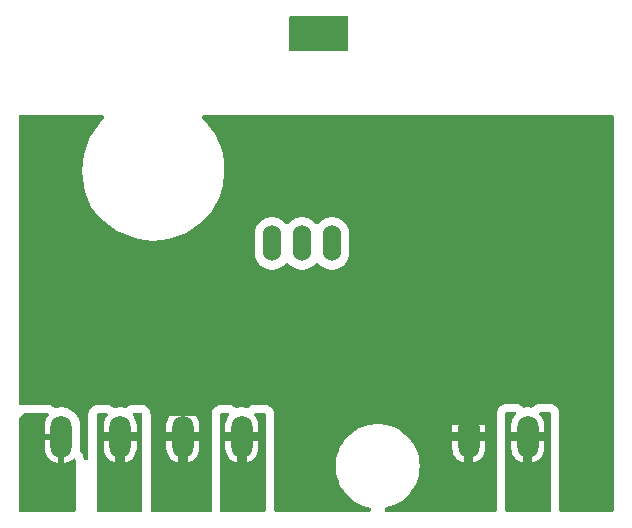
<source format=gbr>
%TF.GenerationSoftware,KiCad,Pcbnew,8.0.3*%
%TF.CreationDate,2024-09-06T18:55:24+02:00*%
%TF.ProjectId,nixie_supply,6e697869-655f-4737-9570-706c792e6b69,rev?*%
%TF.SameCoordinates,Original*%
%TF.FileFunction,Copper,L2,Bot*%
%TF.FilePolarity,Positive*%
%FSLAX46Y46*%
G04 Gerber Fmt 4.6, Leading zero omitted, Abs format (unit mm)*
G04 Created by KiCad (PCBNEW 8.0.3) date 2024-09-06 18:55:24*
%MOMM*%
%LPD*%
G01*
G04 APERTURE LIST*
%TA.AperFunction,ComponentPad*%
%ADD10O,1.790700X3.581400*%
%TD*%
%TA.AperFunction,ComponentPad*%
%ADD11O,1.524000X3.048000*%
%TD*%
%TA.AperFunction,ViaPad*%
%ADD12C,1.006400*%
%TD*%
%TA.AperFunction,ViaPad*%
%ADD13C,1.000000*%
%TD*%
%TA.AperFunction,ViaPad*%
%ADD14C,1.016000*%
%TD*%
%TA.AperFunction,Conductor*%
%ADD15C,0.600000*%
%TD*%
G04 APERTURE END LIST*
D10*
%TO.P,J3,1*%
%TO.N,DGND*%
X161181100Y-119633600D03*
%TO.P,J3,2*%
%TO.N,VOUT*%
X166181100Y-119633600D03*
%TD*%
%TO.P,J1,1*%
%TO.N,PWR*%
X126681100Y-119633600D03*
%TO.P,J1,2*%
%TO.N,VCC*%
X131681100Y-119633600D03*
%TD*%
%TO.P,J2,1*%
%TO.N,DGND*%
X136981100Y-119633600D03*
%TO.P,J2,2*%
%TO.N,SHDN*%
X141981100Y-119633600D03*
%TD*%
D11*
%TO.P,T1,D*%
%TO.N,N$15*%
X147081100Y-103273600D03*
%TO.P,T1,G*%
%TO.N,EXT*%
X144541100Y-103273600D03*
%TO.P,T1,S*%
%TO.N,N$2*%
X149621100Y-103273600D03*
%TD*%
D12*
%TO.N,DGND*%
X153781100Y-110633600D03*
D13*
X139450000Y-111050000D03*
D12*
X152381100Y-109133600D03*
D14*
X146200000Y-120550000D03*
D12*
X153781100Y-109133600D03*
X169981100Y-93433600D03*
D13*
X140900000Y-111100000D03*
D12*
X169881100Y-102133600D03*
X155181100Y-112133600D03*
X169881100Y-106233600D03*
X155181100Y-109133600D03*
X169881100Y-104233600D03*
X152381100Y-110633600D03*
D14*
X130981100Y-112733600D03*
D12*
X169981100Y-95533600D03*
X155181100Y-110633600D03*
%TD*%
D15*
%TO.N,PWR*%
X126681100Y-119633600D02*
X126681100Y-118368900D01*
%TD*%
%TA.AperFunction,Conductor*%
%TO.N,VCC*%
G36*
X130582799Y-117653015D02*
G01*
X130628554Y-117705819D01*
X130638498Y-117774977D01*
X130616078Y-117830216D01*
X130487689Y-118006926D01*
X130387977Y-118202620D01*
X130387976Y-118202623D01*
X130320108Y-118411503D01*
X130285750Y-118628428D01*
X130285750Y-119233600D01*
X131236956Y-119233600D01*
X131203461Y-119267095D01*
X131124877Y-119403205D01*
X131084200Y-119555017D01*
X131084200Y-119712183D01*
X131124877Y-119863995D01*
X131203461Y-120000105D01*
X131236956Y-120033600D01*
X130285750Y-120033600D01*
X130285750Y-120638771D01*
X130320108Y-120855696D01*
X130387976Y-121064576D01*
X130387977Y-121064579D01*
X130487689Y-121260273D01*
X130616788Y-121437962D01*
X130772087Y-121593261D01*
X130949776Y-121722360D01*
X131145470Y-121822072D01*
X131145473Y-121822073D01*
X131281099Y-121866140D01*
X131281100Y-121866139D01*
X131281100Y-120077744D01*
X131314595Y-120111239D01*
X131450705Y-120189823D01*
X131602517Y-120230500D01*
X131759683Y-120230500D01*
X131911495Y-120189823D01*
X132047605Y-120111239D01*
X132081100Y-120077744D01*
X132081100Y-121866140D01*
X132216726Y-121822073D01*
X132216729Y-121822072D01*
X132412423Y-121722360D01*
X132590112Y-121593261D01*
X132745411Y-121437962D01*
X132874510Y-121260273D01*
X132974222Y-121064579D01*
X132974223Y-121064576D01*
X133042091Y-120855696D01*
X133076450Y-120638771D01*
X133076450Y-120033600D01*
X132125244Y-120033600D01*
X132158739Y-120000105D01*
X132237323Y-119863995D01*
X132278000Y-119712183D01*
X132278000Y-119555017D01*
X132237323Y-119403205D01*
X132158739Y-119267095D01*
X132125244Y-119233600D01*
X133076450Y-119233600D01*
X133076450Y-118628428D01*
X133042091Y-118411503D01*
X132974223Y-118202623D01*
X132974222Y-118202620D01*
X132874510Y-118006926D01*
X132746122Y-117830216D01*
X132722642Y-117764409D01*
X132738467Y-117696355D01*
X132788573Y-117647661D01*
X132846440Y-117633330D01*
X133426347Y-117633330D01*
X133493386Y-117653015D01*
X133539141Y-117705819D01*
X133550347Y-117757330D01*
X133550347Y-125879600D01*
X133530662Y-125946639D01*
X133477858Y-125992394D01*
X133426347Y-126003600D01*
X129824347Y-126003600D01*
X129757308Y-125983915D01*
X129711553Y-125931111D01*
X129700347Y-125879600D01*
X129700347Y-117757330D01*
X129720032Y-117690291D01*
X129772836Y-117644536D01*
X129824347Y-117633330D01*
X130515760Y-117633330D01*
X130582799Y-117653015D01*
G37*
%TD.AperFunction*%
%TD*%
%TA.AperFunction,Conductor*%
%TO.N,DGND*%
G36*
X135787691Y-118006923D02*
G01*
X135687977Y-118202620D01*
X135687976Y-118202623D01*
X135620108Y-118411503D01*
X135585750Y-118628428D01*
X135585750Y-119233600D01*
X136536956Y-119233600D01*
X136503461Y-119267095D01*
X136424877Y-119403205D01*
X136384200Y-119555017D01*
X136384200Y-119712183D01*
X136424877Y-119863995D01*
X136503461Y-120000105D01*
X136536956Y-120033600D01*
X135585750Y-120033600D01*
X135585750Y-120638771D01*
X135620108Y-120855696D01*
X135687976Y-121064576D01*
X135687977Y-121064579D01*
X135787689Y-121260273D01*
X135916788Y-121437962D01*
X136072087Y-121593261D01*
X136249776Y-121722360D01*
X136445470Y-121822072D01*
X136445473Y-121822073D01*
X136581099Y-121866140D01*
X136581100Y-121866139D01*
X136581100Y-120077744D01*
X136614595Y-120111239D01*
X136750705Y-120189823D01*
X136902517Y-120230500D01*
X137059683Y-120230500D01*
X137211495Y-120189823D01*
X137347605Y-120111239D01*
X137381100Y-120077744D01*
X137381100Y-121866140D01*
X137516726Y-121822073D01*
X137516729Y-121822072D01*
X137712423Y-121722360D01*
X137890112Y-121593261D01*
X138045411Y-121437962D01*
X138174510Y-121260273D01*
X138274222Y-121064579D01*
X138274223Y-121064576D01*
X138342091Y-120855696D01*
X138376450Y-120638771D01*
X138376450Y-120033600D01*
X137425244Y-120033600D01*
X137458739Y-120000105D01*
X137537323Y-119863995D01*
X137578000Y-119712183D01*
X137578000Y-119555017D01*
X137537323Y-119403205D01*
X137458739Y-119267095D01*
X137425244Y-119233600D01*
X138376450Y-119233600D01*
X138376450Y-118628428D01*
X138342091Y-118411503D01*
X138274223Y-118202623D01*
X138274222Y-118202620D01*
X138174508Y-118006923D01*
X138108932Y-117916665D01*
X139450174Y-117916665D01*
X139450174Y-126003600D01*
X134250174Y-126003600D01*
X134250174Y-117950000D01*
X135100174Y-117916665D01*
X135853268Y-117916665D01*
X135787691Y-118006923D01*
G37*
%TD.AperFunction*%
%TD*%
%TA.AperFunction,Conductor*%
%TO.N,SHDN*%
G36*
X140886620Y-117647807D02*
G01*
X140932375Y-117700611D01*
X140942319Y-117769769D01*
X140917782Y-117823941D01*
X140919650Y-117825299D01*
X140787689Y-118006926D01*
X140687977Y-118202620D01*
X140687976Y-118202623D01*
X140620108Y-118411503D01*
X140585750Y-118628428D01*
X140585750Y-119233600D01*
X141536956Y-119233600D01*
X141503461Y-119267095D01*
X141424877Y-119403205D01*
X141384200Y-119555017D01*
X141384200Y-119712183D01*
X141424877Y-119863995D01*
X141503461Y-120000105D01*
X141536956Y-120033600D01*
X140585750Y-120033600D01*
X140585750Y-120638771D01*
X140620108Y-120855696D01*
X140687976Y-121064576D01*
X140687977Y-121064579D01*
X140787689Y-121260273D01*
X140916788Y-121437962D01*
X141072087Y-121593261D01*
X141249776Y-121722360D01*
X141445470Y-121822072D01*
X141445473Y-121822073D01*
X141581099Y-121866140D01*
X141581100Y-121866139D01*
X141581100Y-120077744D01*
X141614595Y-120111239D01*
X141750705Y-120189823D01*
X141902517Y-120230500D01*
X142059683Y-120230500D01*
X142211495Y-120189823D01*
X142347605Y-120111239D01*
X142381100Y-120077744D01*
X142381100Y-121866140D01*
X142516726Y-121822073D01*
X142516729Y-121822072D01*
X142712423Y-121722360D01*
X142890112Y-121593261D01*
X143045411Y-121437962D01*
X143174510Y-121260273D01*
X143274222Y-121064579D01*
X143274223Y-121064576D01*
X143342091Y-120855696D01*
X143376450Y-120638771D01*
X143376450Y-120033600D01*
X142425244Y-120033600D01*
X142458739Y-120000105D01*
X142537323Y-119863995D01*
X142578000Y-119712183D01*
X142578000Y-119555017D01*
X142537323Y-119403205D01*
X142458739Y-119267095D01*
X142425244Y-119233600D01*
X143376450Y-119233600D01*
X143376450Y-118628428D01*
X143342091Y-118411503D01*
X143274223Y-118202623D01*
X143274222Y-118202620D01*
X143174510Y-118006926D01*
X143042550Y-117825299D01*
X143044442Y-117823923D01*
X143019774Y-117769005D01*
X143030147Y-117699910D01*
X143076230Y-117647391D01*
X143142619Y-117628122D01*
X143876293Y-117628122D01*
X143943332Y-117647807D01*
X143989087Y-117700611D01*
X144000293Y-117752122D01*
X144000293Y-125879600D01*
X143980608Y-125946639D01*
X143927804Y-125992394D01*
X143876293Y-126003600D01*
X140274293Y-126003600D01*
X140207254Y-125983915D01*
X140161499Y-125931111D01*
X140150293Y-125879600D01*
X140150293Y-117752122D01*
X140169978Y-117685083D01*
X140222782Y-117639328D01*
X140274293Y-117628122D01*
X140819581Y-117628122D01*
X140886620Y-117647807D01*
G37*
%TD.AperFunction*%
%TD*%
%TA.AperFunction,Conductor*%
%TO.N,DGND*%
G36*
X159785750Y-119233600D02*
G01*
X160736956Y-119233600D01*
X160703461Y-119267095D01*
X160624877Y-119403205D01*
X160584200Y-119555017D01*
X160584200Y-119712183D01*
X160624877Y-119863995D01*
X160703461Y-120000105D01*
X160736956Y-120033600D01*
X159785750Y-120033600D01*
X159785750Y-120638771D01*
X159820108Y-120855696D01*
X159887976Y-121064576D01*
X159887977Y-121064579D01*
X159987689Y-121260273D01*
X160116788Y-121437962D01*
X160272087Y-121593261D01*
X160449776Y-121722360D01*
X160645470Y-121822072D01*
X160645473Y-121822073D01*
X160781099Y-121866140D01*
X160781100Y-121866139D01*
X160781100Y-120077744D01*
X160814595Y-120111239D01*
X160950705Y-120189823D01*
X161102517Y-120230500D01*
X161259683Y-120230500D01*
X161411495Y-120189823D01*
X161547605Y-120111239D01*
X161581100Y-120077744D01*
X161581100Y-121866140D01*
X161716726Y-121822073D01*
X161716729Y-121822072D01*
X161912423Y-121722360D01*
X162090112Y-121593261D01*
X162245411Y-121437962D01*
X162374510Y-121260273D01*
X162474222Y-121064579D01*
X162474223Y-121064576D01*
X162542091Y-120855696D01*
X162576450Y-120638771D01*
X162576450Y-120033600D01*
X161625244Y-120033600D01*
X161658739Y-120000105D01*
X161737323Y-119863995D01*
X161778000Y-119712183D01*
X161778000Y-119555017D01*
X161737323Y-119403205D01*
X161658739Y-119267095D01*
X161625244Y-119233600D01*
X162576450Y-119233600D01*
X162576450Y-118654687D01*
X163100000Y-118654687D01*
X163100000Y-126003600D01*
X159250000Y-126003600D01*
X159250000Y-118654687D01*
X159785750Y-118654687D01*
X159785750Y-119233600D01*
G37*
%TD.AperFunction*%
%TA.AperFunction,Conductor*%
G36*
X159250000Y-118654687D02*
G01*
X159200000Y-118654687D01*
X159250000Y-118604687D01*
X159250000Y-118654687D01*
G37*
%TD.AperFunction*%
%TD*%
%TA.AperFunction,Conductor*%
%TO.N,VOUT*%
G36*
X165168911Y-117564477D02*
G01*
X165214666Y-117617281D01*
X165224610Y-117686439D01*
X165195585Y-117749995D01*
X165189553Y-117756473D01*
X165116788Y-117829237D01*
X164987689Y-118006926D01*
X164887977Y-118202620D01*
X164887976Y-118202623D01*
X164820108Y-118411503D01*
X164785750Y-118628428D01*
X164785750Y-119233600D01*
X165736956Y-119233600D01*
X165703461Y-119267095D01*
X165624877Y-119403205D01*
X165584200Y-119555017D01*
X165584200Y-119712183D01*
X165624877Y-119863995D01*
X165703461Y-120000105D01*
X165736956Y-120033600D01*
X164785750Y-120033600D01*
X164785750Y-120638771D01*
X164820108Y-120855696D01*
X164887976Y-121064576D01*
X164887977Y-121064579D01*
X164987689Y-121260273D01*
X165116788Y-121437962D01*
X165272087Y-121593261D01*
X165449776Y-121722360D01*
X165645470Y-121822072D01*
X165645473Y-121822073D01*
X165781099Y-121866140D01*
X165781100Y-121866139D01*
X165781100Y-120077744D01*
X165814595Y-120111239D01*
X165950705Y-120189823D01*
X166102517Y-120230500D01*
X166259683Y-120230500D01*
X166411495Y-120189823D01*
X166547605Y-120111239D01*
X166581100Y-120077744D01*
X166581100Y-121866140D01*
X166716726Y-121822073D01*
X166716729Y-121822072D01*
X166912423Y-121722360D01*
X167090112Y-121593261D01*
X167245411Y-121437962D01*
X167374510Y-121260273D01*
X167474222Y-121064579D01*
X167474223Y-121064576D01*
X167542091Y-120855696D01*
X167576450Y-120638771D01*
X167576450Y-120033600D01*
X166625244Y-120033600D01*
X166658739Y-120000105D01*
X166737323Y-119863995D01*
X166778000Y-119712183D01*
X166778000Y-119555017D01*
X166737323Y-119403205D01*
X166658739Y-119267095D01*
X166625244Y-119233600D01*
X167576450Y-119233600D01*
X167576450Y-118628428D01*
X167542091Y-118411503D01*
X167474223Y-118202623D01*
X167474222Y-118202620D01*
X167374510Y-118006926D01*
X167245411Y-117829237D01*
X167172647Y-117756473D01*
X167139162Y-117695150D01*
X167144146Y-117625458D01*
X167186018Y-117569525D01*
X167251482Y-117545108D01*
X167260328Y-117544792D01*
X168026000Y-117544792D01*
X168093039Y-117564477D01*
X168138794Y-117617281D01*
X168150000Y-117668792D01*
X168150000Y-125879600D01*
X168130315Y-125946639D01*
X168077511Y-125992394D01*
X168026000Y-126003600D01*
X164424000Y-126003600D01*
X164356961Y-125983915D01*
X164311206Y-125931111D01*
X164300000Y-125879600D01*
X164300000Y-117668792D01*
X164319685Y-117601753D01*
X164372489Y-117555998D01*
X164424000Y-117544792D01*
X165101872Y-117544792D01*
X165168911Y-117564477D01*
G37*
%TD.AperFunction*%
%TD*%
%TA.AperFunction,Conductor*%
%TO.N,PWR*%
G36*
X125570687Y-117669685D02*
G01*
X125616442Y-117722489D01*
X125626386Y-117791647D01*
X125603966Y-117846886D01*
X125487689Y-118006926D01*
X125387977Y-118202620D01*
X125387976Y-118202623D01*
X125320108Y-118411503D01*
X125285750Y-118628428D01*
X125285750Y-119383600D01*
X126136196Y-119383600D01*
X126124877Y-119403205D01*
X126084200Y-119555017D01*
X126084200Y-119712183D01*
X126124877Y-119863995D01*
X126136196Y-119883600D01*
X125285750Y-119883600D01*
X125285750Y-120638771D01*
X125320108Y-120855696D01*
X125387976Y-121064576D01*
X125387977Y-121064579D01*
X125487689Y-121260273D01*
X125616788Y-121437962D01*
X125772087Y-121593261D01*
X125949776Y-121722360D01*
X126145470Y-121822072D01*
X126145473Y-121822073D01*
X126354353Y-121889941D01*
X126431100Y-121902097D01*
X126431100Y-120178503D01*
X126450705Y-120189823D01*
X126602517Y-120230500D01*
X126759683Y-120230500D01*
X126911495Y-120189823D01*
X126931100Y-120178503D01*
X126931100Y-121902096D01*
X127007846Y-121889941D01*
X127216726Y-121822073D01*
X127216729Y-121822072D01*
X127412423Y-121722360D01*
X127590112Y-121593261D01*
X127688319Y-121495055D01*
X127749642Y-121461570D01*
X127819334Y-121466554D01*
X127875267Y-121508426D01*
X127899684Y-121573890D01*
X127900000Y-121582736D01*
X127900000Y-125879600D01*
X127880315Y-125946639D01*
X127827511Y-125992394D01*
X127776000Y-126003600D01*
X123224000Y-126003600D01*
X123156961Y-125983915D01*
X123111206Y-125931111D01*
X123100000Y-125879600D01*
X123100000Y-118101362D01*
X123119685Y-118034323D01*
X123136319Y-118013681D01*
X123463681Y-117686319D01*
X123525004Y-117652834D01*
X123551362Y-117650000D01*
X125503648Y-117650000D01*
X125570687Y-117669685D01*
G37*
%TD.AperFunction*%
%TD*%
%TA.AperFunction,Conductor*%
%TO.N,DGND*%
G36*
X150943039Y-84023285D02*
G01*
X150988794Y-84076089D01*
X151000000Y-84127600D01*
X151000000Y-86876000D01*
X150980315Y-86943039D01*
X150927511Y-86988794D01*
X150876000Y-87000000D01*
X146124000Y-87000000D01*
X146056961Y-86980315D01*
X146011206Y-86927511D01*
X146000000Y-86876000D01*
X146000000Y-84127600D01*
X146019685Y-84060561D01*
X146072489Y-84014806D01*
X146124000Y-84003600D01*
X150876000Y-84003600D01*
X150943039Y-84023285D01*
G37*
%TD.AperFunction*%
%TD*%
%TA.AperFunction,Conductor*%
%TO.N,DGND*%
G36*
X130232315Y-92393307D02*
G01*
X130301556Y-92448526D01*
X130339983Y-92528318D01*
X130339983Y-92616882D01*
X130301556Y-92696674D01*
X130286686Y-92713314D01*
X130250005Y-92749994D01*
X130250003Y-92749996D01*
X129099999Y-94250001D01*
X128600000Y-95699996D01*
X128450000Y-97150001D01*
X128450000Y-97150004D01*
X128699999Y-98949997D01*
X129249998Y-100149995D01*
X129250002Y-100150003D01*
X129999999Y-101150000D01*
X131399998Y-102199999D01*
X131399999Y-102199999D01*
X131400000Y-102200000D01*
X133150000Y-102900000D01*
X133150002Y-102900000D01*
X133150005Y-102900001D01*
X134499998Y-103100000D01*
X134499999Y-103100000D01*
X134499999Y-103099999D01*
X134500000Y-103100000D01*
X135800000Y-102900000D01*
X137250000Y-102400000D01*
X137255133Y-102396500D01*
X143078600Y-102396500D01*
X143078600Y-104150699D01*
X143114611Y-104378064D01*
X143114612Y-104378071D01*
X143185745Y-104596998D01*
X143185753Y-104597017D01*
X143290254Y-104802111D01*
X143425570Y-104988358D01*
X143588341Y-105151129D01*
X143588344Y-105151131D01*
X143588345Y-105151132D01*
X143774583Y-105286442D01*
X143774585Y-105286443D01*
X143774588Y-105286445D01*
X143979682Y-105390946D01*
X143979689Y-105390948D01*
X143979695Y-105390952D01*
X144198631Y-105462088D01*
X144425999Y-105498100D01*
X144426000Y-105498100D01*
X144656200Y-105498100D01*
X144656201Y-105498100D01*
X144883569Y-105462088D01*
X145102505Y-105390952D01*
X145307617Y-105286442D01*
X145493855Y-105151132D01*
X145656632Y-104988355D01*
X145656636Y-104988348D01*
X145659774Y-104984676D01*
X145661874Y-104983113D01*
X145662161Y-104982827D01*
X145662203Y-104982869D01*
X145730833Y-104931816D01*
X145817789Y-104915022D01*
X145903421Y-104937621D01*
X145962426Y-104984676D01*
X145965573Y-104988361D01*
X146128341Y-105151129D01*
X146128344Y-105151131D01*
X146128345Y-105151132D01*
X146314583Y-105286442D01*
X146314585Y-105286443D01*
X146314588Y-105286445D01*
X146519682Y-105390946D01*
X146519689Y-105390948D01*
X146519695Y-105390952D01*
X146738631Y-105462088D01*
X146965999Y-105498100D01*
X146966000Y-105498100D01*
X147196200Y-105498100D01*
X147196201Y-105498100D01*
X147423569Y-105462088D01*
X147642505Y-105390952D01*
X147847617Y-105286442D01*
X148033855Y-105151132D01*
X148196632Y-104988355D01*
X148196636Y-104988348D01*
X148199774Y-104984676D01*
X148201874Y-104983113D01*
X148202161Y-104982827D01*
X148202203Y-104982869D01*
X148270833Y-104931816D01*
X148357789Y-104915022D01*
X148443421Y-104937621D01*
X148502426Y-104984676D01*
X148505573Y-104988361D01*
X148668341Y-105151129D01*
X148668344Y-105151131D01*
X148668345Y-105151132D01*
X148854583Y-105286442D01*
X148854585Y-105286443D01*
X148854588Y-105286445D01*
X149059682Y-105390946D01*
X149059689Y-105390948D01*
X149059695Y-105390952D01*
X149278631Y-105462088D01*
X149505999Y-105498100D01*
X149506000Y-105498100D01*
X149736200Y-105498100D01*
X149736201Y-105498100D01*
X149963569Y-105462088D01*
X150182505Y-105390952D01*
X150387617Y-105286442D01*
X150573855Y-105151132D01*
X150736632Y-104988355D01*
X150871942Y-104802117D01*
X150976452Y-104597005D01*
X151047588Y-104378069D01*
X151083600Y-104150701D01*
X151083600Y-102396499D01*
X151047588Y-102169131D01*
X150976452Y-101950195D01*
X150976448Y-101950189D01*
X150976446Y-101950182D01*
X150871945Y-101745088D01*
X150871943Y-101745085D01*
X150871942Y-101745083D01*
X150736632Y-101558845D01*
X150736630Y-101558843D01*
X150736629Y-101558841D01*
X150573858Y-101396070D01*
X150387611Y-101260754D01*
X150182517Y-101156253D01*
X150182498Y-101156245D01*
X149963571Y-101085112D01*
X149963564Y-101085111D01*
X149834469Y-101064664D01*
X149736201Y-101049100D01*
X149505999Y-101049100D01*
X149437385Y-101059967D01*
X149278635Y-101085111D01*
X149278628Y-101085112D01*
X149059701Y-101156245D01*
X149059682Y-101156253D01*
X148854588Y-101260754D01*
X148668341Y-101396070D01*
X148505568Y-101558843D01*
X148502419Y-101562531D01*
X148500318Y-101564093D01*
X148500039Y-101564373D01*
X148499997Y-101564331D01*
X148431358Y-101615387D01*
X148344401Y-101632176D01*
X148258770Y-101609573D01*
X148199781Y-101562531D01*
X148196631Y-101558843D01*
X148033858Y-101396070D01*
X147847611Y-101260754D01*
X147642517Y-101156253D01*
X147642498Y-101156245D01*
X147423571Y-101085112D01*
X147423564Y-101085111D01*
X147294469Y-101064664D01*
X147196201Y-101049100D01*
X146965999Y-101049100D01*
X146897385Y-101059967D01*
X146738635Y-101085111D01*
X146738628Y-101085112D01*
X146519701Y-101156245D01*
X146519682Y-101156253D01*
X146314588Y-101260754D01*
X146128341Y-101396070D01*
X145965568Y-101558843D01*
X145962419Y-101562531D01*
X145960318Y-101564093D01*
X145960039Y-101564373D01*
X145959997Y-101564331D01*
X145891358Y-101615387D01*
X145804401Y-101632176D01*
X145718770Y-101609573D01*
X145659781Y-101562531D01*
X145656631Y-101558843D01*
X145493858Y-101396070D01*
X145307611Y-101260754D01*
X145102517Y-101156253D01*
X145102498Y-101156245D01*
X144883571Y-101085112D01*
X144883564Y-101085111D01*
X144754469Y-101064664D01*
X144656201Y-101049100D01*
X144425999Y-101049100D01*
X144357385Y-101059967D01*
X144198635Y-101085111D01*
X144198628Y-101085112D01*
X143979701Y-101156245D01*
X143979682Y-101156253D01*
X143774588Y-101260754D01*
X143588341Y-101396070D01*
X143425570Y-101558841D01*
X143290254Y-101745088D01*
X143185753Y-101950182D01*
X143185745Y-101950201D01*
X143114612Y-102169128D01*
X143114611Y-102169135D01*
X143078600Y-102396500D01*
X137255133Y-102396500D01*
X138350000Y-101650000D01*
X139450000Y-100500000D01*
X140100000Y-99250000D01*
X140350000Y-98300000D01*
X140500000Y-97350000D01*
X140500000Y-96450000D01*
X140350000Y-95650000D01*
X140150000Y-94900000D01*
X139700000Y-94050000D01*
X139400000Y-93550000D01*
X138900000Y-92950000D01*
X138663314Y-92713314D01*
X138616195Y-92638326D01*
X138606279Y-92550319D01*
X138635530Y-92466726D01*
X138698154Y-92404102D01*
X138781747Y-92374851D01*
X138804028Y-92373600D01*
X173282100Y-92373600D01*
X173368443Y-92393307D01*
X173437684Y-92448526D01*
X173476111Y-92528318D01*
X173481100Y-92572600D01*
X173481100Y-125804600D01*
X173461393Y-125890943D01*
X173406174Y-125960184D01*
X173326382Y-125998611D01*
X173282100Y-126003600D01*
X169054500Y-126003600D01*
X168968157Y-125983893D01*
X168898916Y-125928674D01*
X168860489Y-125848882D01*
X168855500Y-125804600D01*
X168855500Y-117668797D01*
X168855500Y-117668792D01*
X168839376Y-117518821D01*
X168828170Y-117467310D01*
X168825607Y-117455978D01*
X168767047Y-117296300D01*
X168671975Y-117155276D01*
X168671969Y-117155269D01*
X168671966Y-117155265D01*
X168626233Y-117102487D01*
X168626232Y-117102486D01*
X168626220Y-117102472D01*
X168583620Y-117057465D01*
X168528768Y-117015931D01*
X168448030Y-116954795D01*
X168291815Y-116887559D01*
X168291811Y-116887558D01*
X168291807Y-116887556D01*
X168224768Y-116867871D01*
X168194837Y-116859793D01*
X168158790Y-116855416D01*
X168026001Y-116839292D01*
X168026000Y-116839292D01*
X167260328Y-116839292D01*
X167260309Y-116839292D01*
X167235155Y-116839741D01*
X167226309Y-116840057D01*
X167226296Y-116840058D01*
X167170289Y-116844296D01*
X167170285Y-116844296D01*
X167170284Y-116844297D01*
X167004937Y-116884089D01*
X166939467Y-116908508D01*
X166882421Y-116932690D01*
X166882412Y-116932695D01*
X166738837Y-117023851D01*
X166738835Y-117023853D01*
X166655454Y-117110978D01*
X166581518Y-117159731D01*
X166493750Y-117171576D01*
X166480555Y-117169936D01*
X166306696Y-117142400D01*
X166055504Y-117142400D01*
X165884316Y-117169513D01*
X165795953Y-117163555D01*
X165718926Y-117119848D01*
X165705096Y-117105646D01*
X165705096Y-117105647D01*
X165705062Y-117105611D01*
X165702791Y-117103279D01*
X165702092Y-117102472D01*
X165659492Y-117057465D01*
X165604640Y-117015931D01*
X165523902Y-116954795D01*
X165367687Y-116887559D01*
X165367683Y-116887558D01*
X165367679Y-116887556D01*
X165300640Y-116867871D01*
X165270709Y-116859793D01*
X165234662Y-116855416D01*
X165101873Y-116839292D01*
X165101872Y-116839292D01*
X164424000Y-116839292D01*
X164295453Y-116853112D01*
X164274028Y-116855416D01*
X164274025Y-116855416D01*
X164222480Y-116866630D01*
X164211189Y-116869184D01*
X164211185Y-116869185D01*
X164051511Y-116927744D01*
X164051506Y-116927746D01*
X163910481Y-117022819D01*
X163910473Y-117022825D01*
X163857695Y-117068558D01*
X163857682Y-117068569D01*
X163857680Y-117068572D01*
X163812878Y-117110978D01*
X163812672Y-117111173D01*
X163710003Y-117246761D01*
X163642767Y-117402976D01*
X163642765Y-117402982D01*
X163642764Y-117402985D01*
X163627203Y-117455981D01*
X163623077Y-117470031D01*
X163615001Y-117499954D01*
X163615001Y-117499955D01*
X163594500Y-117668791D01*
X163594500Y-125804600D01*
X163574793Y-125890943D01*
X163519574Y-125960184D01*
X163439782Y-125998611D01*
X163395500Y-126003600D01*
X163100000Y-126003600D01*
X163100000Y-118654687D01*
X159250000Y-118654687D01*
X159250000Y-126003600D01*
X154255733Y-126003600D01*
X154169390Y-125983893D01*
X154100149Y-125928674D01*
X154061722Y-125848882D01*
X154061722Y-125760318D01*
X154100149Y-125680526D01*
X154169390Y-125625307D01*
X154208499Y-125611286D01*
X154507689Y-125538193D01*
X154863759Y-125409785D01*
X155204163Y-125244258D01*
X155525044Y-125043485D01*
X155822766Y-124809742D01*
X156093957Y-124545677D01*
X156335543Y-124254282D01*
X156544786Y-123938860D01*
X156719317Y-123602983D01*
X156857158Y-123250457D01*
X156956746Y-122885277D01*
X157016955Y-122511580D01*
X157037100Y-122133600D01*
X157016955Y-121755620D01*
X156956746Y-121381923D01*
X156857158Y-121016743D01*
X156719317Y-120664217D01*
X156714291Y-120654544D01*
X156544791Y-120328348D01*
X156544786Y-120328340D01*
X156335543Y-120012918D01*
X156329795Y-120005985D01*
X156093968Y-119721535D01*
X156093961Y-119721528D01*
X156093957Y-119721523D01*
X155822766Y-119457458D01*
X155822764Y-119457456D01*
X155525048Y-119223718D01*
X155525047Y-119223717D01*
X155525044Y-119223715D01*
X155204163Y-119022942D01*
X155204164Y-119022942D01*
X155204157Y-119022938D01*
X154863756Y-118857413D01*
X154507698Y-118729010D01*
X154507689Y-118729007D01*
X154203481Y-118654687D01*
X159200000Y-118654687D01*
X159250000Y-118654687D01*
X159250000Y-118604687D01*
X159200000Y-118654687D01*
X154203481Y-118654687D01*
X154139987Y-118639175D01*
X154139980Y-118639174D01*
X154139976Y-118639173D01*
X153764842Y-118588939D01*
X153764820Y-118588937D01*
X153764819Y-118588937D01*
X153764817Y-118588936D01*
X153764806Y-118588936D01*
X153386452Y-118578859D01*
X153386438Y-118578860D01*
X153386437Y-118578860D01*
X153116726Y-118600448D01*
X153009127Y-118609061D01*
X153009122Y-118609061D01*
X152637165Y-118679195D01*
X152274766Y-118788470D01*
X152274757Y-118788473D01*
X151926037Y-118935644D01*
X151594922Y-119119056D01*
X151594920Y-119119058D01*
X151285189Y-119336617D01*
X151285177Y-119336627D01*
X151147087Y-119457458D01*
X151000322Y-119585880D01*
X151000321Y-119585881D01*
X151000320Y-119585881D01*
X150743573Y-119863999D01*
X150517834Y-120167845D01*
X150325678Y-120493950D01*
X150325676Y-120493955D01*
X150193536Y-120785167D01*
X150169264Y-120838657D01*
X150050383Y-121198011D01*
X150050383Y-121198013D01*
X149970377Y-121567950D01*
X149970375Y-121567962D01*
X149970374Y-121567968D01*
X149970374Y-121567970D01*
X149930140Y-121944342D01*
X149930140Y-122010969D01*
X149930140Y-122322858D01*
X149950315Y-122511586D01*
X149970375Y-122699237D01*
X149970377Y-122699249D01*
X150050383Y-123069186D01*
X150050383Y-123069188D01*
X150169264Y-123428542D01*
X150169266Y-123428547D01*
X150169269Y-123428555D01*
X150248418Y-123602983D01*
X150325678Y-123773249D01*
X150517834Y-124099354D01*
X150743573Y-124403200D01*
X150859126Y-124528371D01*
X151000322Y-124681320D01*
X151285182Y-124930577D01*
X151594923Y-125148144D01*
X151926035Y-125331554D01*
X151926037Y-125331555D01*
X152274757Y-125478726D01*
X152274759Y-125478726D01*
X152274767Y-125478730D01*
X152637166Y-125588005D01*
X152748759Y-125609046D01*
X152829955Y-125644410D01*
X152887767Y-125711502D01*
X152910743Y-125797033D01*
X152894333Y-125884062D01*
X152841788Y-125955354D01*
X152763514Y-125996786D01*
X152711887Y-126003600D01*
X144904793Y-126003600D01*
X144818450Y-125983893D01*
X144749209Y-125928674D01*
X144710782Y-125848882D01*
X144705793Y-125804600D01*
X144705793Y-117752127D01*
X144705793Y-117752122D01*
X144689669Y-117602151D01*
X144678463Y-117550640D01*
X144678443Y-117550548D01*
X144677060Y-117544440D01*
X144675900Y-117539308D01*
X144617340Y-117379630D01*
X144522268Y-117238606D01*
X144522262Y-117238599D01*
X144522259Y-117238595D01*
X144476526Y-117185817D01*
X144476525Y-117185816D01*
X144476513Y-117185802D01*
X144433913Y-117140795D01*
X144357012Y-117082565D01*
X144298323Y-117038125D01*
X144142108Y-116970889D01*
X144142104Y-116970888D01*
X144142100Y-116970886D01*
X144075061Y-116951201D01*
X144045130Y-116943123D01*
X143919184Y-116927830D01*
X143876294Y-116922622D01*
X143876293Y-116922622D01*
X143142619Y-116922622D01*
X143116131Y-116923162D01*
X143113826Y-116923210D01*
X142945973Y-116950582D01*
X142945962Y-116950584D01*
X142879578Y-116969852D01*
X142822918Y-116988935D01*
X142672697Y-117068692D01*
X142580626Y-117151047D01*
X142503132Y-117193922D01*
X142414710Y-117198927D01*
X142386462Y-117191984D01*
X142354798Y-117181695D01*
X142354789Y-117181693D01*
X142106696Y-117142400D01*
X141855504Y-117142400D01*
X141607405Y-117181694D01*
X141607392Y-117181697D01*
X141580534Y-117190424D01*
X141492327Y-117198361D01*
X141409411Y-117167241D01*
X141383790Y-117145740D01*
X141383315Y-117146271D01*
X141377207Y-117140800D01*
X141377202Y-117140796D01*
X141377201Y-117140795D01*
X141300300Y-117082565D01*
X141241611Y-117038125D01*
X141085396Y-116970889D01*
X141085392Y-116970888D01*
X141085388Y-116970886D01*
X141018349Y-116951201D01*
X140988418Y-116943123D01*
X140862472Y-116927830D01*
X140819582Y-116922622D01*
X140819581Y-116922622D01*
X140274293Y-116922622D01*
X140145746Y-116936442D01*
X140124321Y-116938746D01*
X140124318Y-116938746D01*
X140072773Y-116949960D01*
X140061482Y-116952514D01*
X140061478Y-116952515D01*
X139901804Y-117011074D01*
X139901799Y-117011076D01*
X139760774Y-117106149D01*
X139760766Y-117106155D01*
X139707988Y-117151888D01*
X139707975Y-117151899D01*
X139707973Y-117151902D01*
X139665626Y-117191984D01*
X139662965Y-117194503D01*
X139560296Y-117330091D01*
X139493060Y-117486306D01*
X139493058Y-117486312D01*
X139493057Y-117486315D01*
X139475967Y-117544516D01*
X139473370Y-117553361D01*
X139465294Y-117583284D01*
X139465294Y-117583285D01*
X139444793Y-117752121D01*
X139444793Y-117916665D01*
X135100174Y-117916665D01*
X134255847Y-117949777D01*
X134255847Y-117757335D01*
X134255847Y-117757330D01*
X134239723Y-117607359D01*
X134228517Y-117555848D01*
X134225954Y-117544516D01*
X134167394Y-117384838D01*
X134072322Y-117243814D01*
X134072316Y-117243807D01*
X134072313Y-117243803D01*
X134026580Y-117191025D01*
X134026579Y-117191024D01*
X134026567Y-117191010D01*
X133983967Y-117146003D01*
X133900188Y-117082565D01*
X133848377Y-117043333D01*
X133692162Y-116976097D01*
X133692158Y-116976096D01*
X133692154Y-116976094D01*
X133625115Y-116956409D01*
X133595184Y-116948331D01*
X133559137Y-116943954D01*
X133426348Y-116927830D01*
X133426347Y-116927830D01*
X132845658Y-116927830D01*
X132845652Y-116927830D01*
X132676855Y-116948516D01*
X132676833Y-116948520D01*
X132618979Y-116962847D01*
X132588337Y-116971173D01*
X132588333Y-116971174D01*
X132588331Y-116971175D01*
X132566106Y-116980798D01*
X132432255Y-117038753D01*
X132296893Y-117141715D01*
X132296892Y-117141716D01*
X132296889Y-117141719D01*
X132292752Y-117145740D01*
X132291454Y-117147001D01*
X132215799Y-117193041D01*
X132127659Y-117201697D01*
X132091276Y-117193548D01*
X132089716Y-117193041D01*
X132054796Y-117181695D01*
X132054794Y-117181694D01*
X132054789Y-117181693D01*
X131806696Y-117142400D01*
X131555504Y-117142400D01*
X131307405Y-117181694D01*
X131307394Y-117181697D01*
X131273845Y-117192598D01*
X131185638Y-117200537D01*
X131102722Y-117169418D01*
X131080305Y-117150573D01*
X131079494Y-117151479D01*
X131073386Y-117146008D01*
X131073381Y-117146004D01*
X131073380Y-117146003D01*
X130989601Y-117082565D01*
X130937790Y-117043333D01*
X130781575Y-116976097D01*
X130781571Y-116976096D01*
X130781567Y-116976094D01*
X130714528Y-116956409D01*
X130684597Y-116948331D01*
X130648550Y-116943954D01*
X130515761Y-116927830D01*
X130515760Y-116927830D01*
X129824347Y-116927830D01*
X129695800Y-116941650D01*
X129674375Y-116943954D01*
X129674372Y-116943954D01*
X129622827Y-116955168D01*
X129611536Y-116957722D01*
X129611532Y-116957723D01*
X129451858Y-117016282D01*
X129451853Y-117016284D01*
X129310828Y-117111357D01*
X129310820Y-117111363D01*
X129258042Y-117157096D01*
X129258029Y-117157107D01*
X129258027Y-117157110D01*
X129222842Y-117190413D01*
X129213019Y-117199711D01*
X129110350Y-117335299D01*
X129043114Y-117491514D01*
X129043112Y-117491520D01*
X129043111Y-117491523D01*
X129027550Y-117544519D01*
X129023424Y-117558569D01*
X129015348Y-117588492D01*
X129015348Y-117588493D01*
X128994847Y-117757329D01*
X128994847Y-121453934D01*
X128975140Y-121540277D01*
X128919921Y-121609518D01*
X128840129Y-121647945D01*
X128751565Y-121647945D01*
X128671773Y-121609518D01*
X128616554Y-121540277D01*
X128603957Y-121500088D01*
X128602367Y-121500471D01*
X128560702Y-121327345D01*
X128536283Y-121261875D01*
X128512100Y-121204825D01*
X128420939Y-121061243D01*
X128315219Y-120960067D01*
X128266466Y-120886131D01*
X128254621Y-120798364D01*
X128256261Y-120785167D01*
X128276950Y-120654544D01*
X128276950Y-118612654D01*
X128237656Y-118364560D01*
X128237654Y-118364551D01*
X128160032Y-118125656D01*
X128045994Y-117901842D01*
X127898346Y-117698623D01*
X127898341Y-117698618D01*
X127898340Y-117698616D01*
X127720733Y-117521009D01*
X127720731Y-117521008D01*
X127720727Y-117521004D01*
X127517508Y-117373356D01*
X127293694Y-117259318D01*
X127245944Y-117243803D01*
X127054798Y-117181695D01*
X127054789Y-117181693D01*
X126806696Y-117142400D01*
X126555504Y-117142400D01*
X126307405Y-117181694D01*
X126307397Y-117181696D01*
X126251309Y-117199920D01*
X126163102Y-117207858D01*
X126080187Y-117176738D01*
X126068013Y-117167349D01*
X126067806Y-117167624D01*
X126057382Y-117159731D01*
X125993255Y-117111173D01*
X125925678Y-117060003D01*
X125769463Y-116992767D01*
X125769459Y-116992766D01*
X125769455Y-116992764D01*
X125702416Y-116973079D01*
X125672485Y-116965001D01*
X125612547Y-116957723D01*
X125503649Y-116944500D01*
X125503648Y-116944500D01*
X123551362Y-116944500D01*
X123475942Y-116948543D01*
X123471760Y-116948992D01*
X123449588Y-116951376D01*
X123344901Y-116970710D01*
X123335508Y-116973420D01*
X123334590Y-116970239D01*
X123265738Y-116980798D01*
X123181043Y-116954911D01*
X123115967Y-116894840D01*
X123083399Y-116812482D01*
X123081100Y-116782317D01*
X123081100Y-92572600D01*
X123100807Y-92486257D01*
X123156026Y-92417016D01*
X123235818Y-92378589D01*
X123280100Y-92373600D01*
X130145972Y-92373600D01*
X130232315Y-92393307D01*
G37*
%TD.AperFunction*%
%TD*%
M02*

</source>
